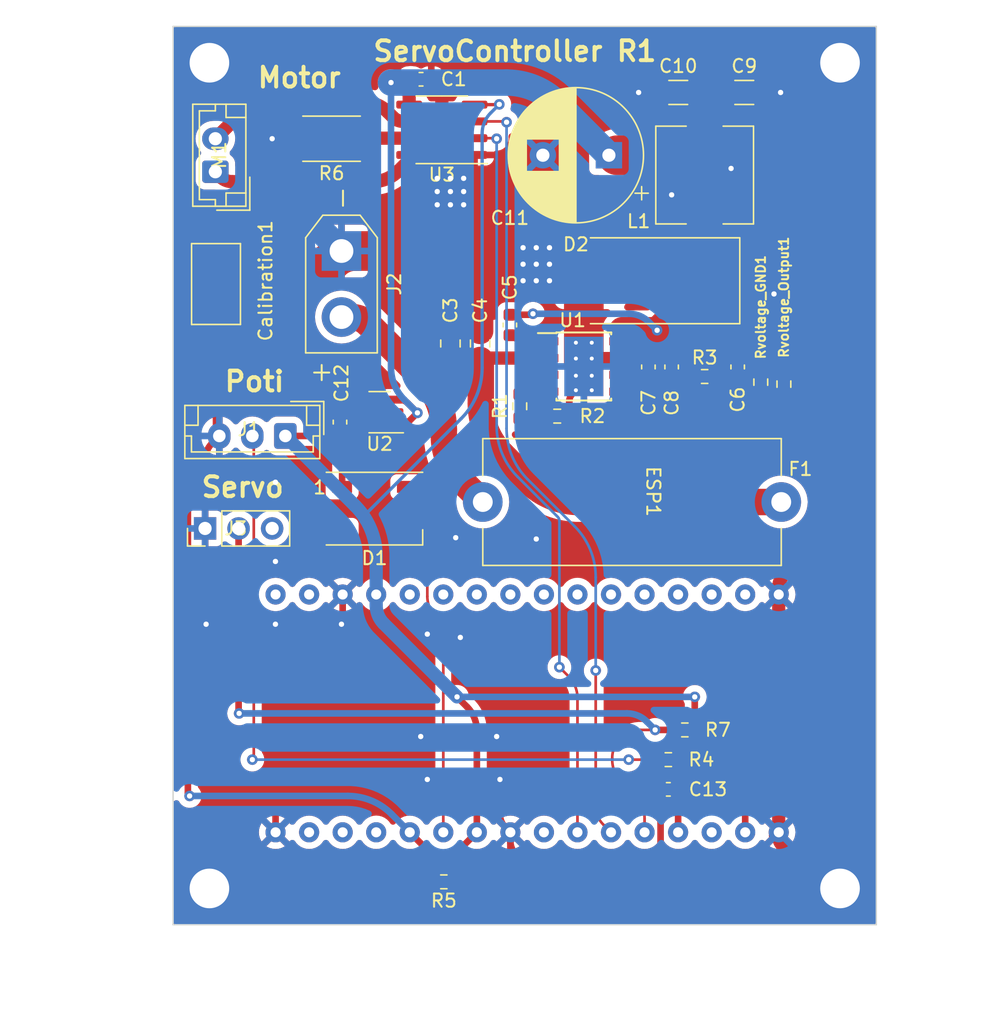
<source format=kicad_pcb>
(kicad_pcb (version 20221018) (generator pcbnew)
  (layers (0 "F.Cu" signal) (31 "B.Cu" signal) (34 "B.Paste" user) (35 "F.Paste" user) (36 "B.SilkS" user "B.Silkscreen") (37 "F.SilkS" user "F.Silkscreen") (38 "B.Mask" user) (39 "F.Mask" user) (44 "Edge.Cuts" user))
  (net 0 "")
  (net 1 "GND")
  (net 2 "12V")
  (net 3 "VIN")
  (net 4 "Net-(U1-BOOT)")
  (net 5 "Net-(D2-K)")
  (net 6 "Net-(C6-Pad1)")
  (net 7 "Net-(U1-COMP)")
  (net 8 "3_3V")
  (net 9 "Poti")
  (net 10 "Net-(ESP1-IO04)")
  (net 12 "Status")
  (net 27 "Net-(ESP1-IO10)")
  (net 28 "IN1")
  (net 29 "IN2")
  (net 34 "Net-(J2-Pin_2)")
  (net 35 "Net-(J1-Pin_2)")
  (net 37 "Net-(M1-Pin_1)")
  (net 38 "Net-(M1-Pin_2)")
  (net 39 "Net-(U1-RT{slash}CLK)")
  (net 40 "Net-(R1-Pad2)")
  (net 41 "Net-(U3-LSS)")
  (net 42 "Net-(U1-FB)")
  (footprint "Button_Switch_SMD:SW_SPST_CK_RS282G05A3" (layer "F.Cu") (at 120.75 60.5 90)
    (fp_text reference "Calibration1")
    (fp_text value "Boot")
  )
  (footprint "Package_SO:SOIC-8-1EP_3.9x4.9mm_P1.27mm_EP2.41x3.3mm" (layer "F.Cu") (at 137.85 48.825 180)
    (fp_text reference "U3")
    (fp_text value "A4950E")
  )
  (footprint "Resistor_SMD:R_0603_1608Metric" (layer "F.Cu") (at 155 96.5 180)
    (fp_text reference "R4")
    (fp_text value "1k")
  )
  (footprint "Capacitor_SMD:C_1206_3216Metric" (layer "F.Cu") (at 155.75 46 180)
    (fp_text reference "C10")
    (fp_text value "47uF")
  )
  (footprint "Resistor_SMD:R_0603_1608Metric" (layer "F.Cu") (at 157.75 67.5)
    (fp_text reference "R3")
    (fp_text value "13k")
  )
  (footprint "Inductor_SMD:L_7.3x7.3_H3.5" (layer "F.Cu") (at 157.75 52.25 90)
    (fp_text reference "L1")
    (fp_text value "8.2uH")
  )
  (footprint "Capacitor_THT:CP_Radial_D10.0mm_P5.00mm" (layer "F.Cu") (at 150.5 50.75 180)
    (fp_text reference "C11")
    (fp_text value "1000uF")
  )
  (footprint "Capacitor_SMD:C_0603_1608Metric" (layer "F.Cu") (at 130.1375 70.95 90)
    (fp_text reference "C12")
    (fp_text value "22uF")
  )
  (footprint "Connector_JST:JST_EH_B2B-EH-A_1x02_P2.50mm_Vertical" (layer "F.Cu") (at 120.7 52 90)
    (fp_text reference "M1")
    (fp_text value "Conn_01x02_Male")
  )
  (footprint "Fuse:Fuseholder_Cylinder-5x20mm_Stelvio-Kontek_PTF78_Horizontal_Open" (layer "F.Cu") (at 140.95 77)
    (fp_text reference "F1")
    (fp_text value "Fuse")
  )
  (footprint "luatos-footprint:Luatos" (layer "F.Cu") (at 163.36 84 -90)
    (fp_text reference "ESP1")
    (fp_text value "ESP32")
  )
  (footprint "Resistor_SMD:R_0603_1608Metric_Pad0.98x0.95mm_HandSolder" (layer "F.Cu") (at 143.75 69.75 -90)
    (fp_text reference "R1")
    (fp_text value "82k")
  )
  (footprint "LED_SMD:LED_WS2812B_PLCC4_5.0x5.0mm_P3.2mm" (layer "F.Cu") (at 132.75 77.5)
    (fp_text reference "D1")
    (fp_text value "WS2812B")
  )
  (footprint "Package_TO_SOT_SMD:SOT-23-5" (layer "F.Cu") (at 133.1375 70.2 180)
    (fp_text reference "U2")
    (fp_text value "SPX3819M5-L-3-3")
  )
  (footprint "Capacitor_SMD:C_0805_2012Metric" (layer "F.Cu") (at 138.5 65 90)
    (fp_text reference "C3")
    (fp_text value "2.2uF 60V")
  )
  (footprint "Resistor_SMD:R_0603_1608Metric" (layer "F.Cu") (at 138 105.75 180)
    (fp_text reference "R5")
    (fp_text value "1k")
  )
  (footprint "Resistor_SMD:R_0603_1608Metric" (layer "F.Cu") (at 162 67.925 90)
    (fp_text reference "Rvoltage_GND1")
    (fp_text value "1k")
  )
  (footprint "Capacitor_SMD:C_0603_1608Metric" (layer "F.Cu") (at 136.275 45 180)
    (fp_text reference "C1")
    (fp_text value "220nF 50v x5r")
  )
  (footprint "Resistor_SMD:R_0603_1608Metric_Pad0.98x0.95mm_HandSolder" (layer "F.Cu") (at 146.5875 70.5)
    (fp_text reference "R2")
    (fp_text value "82k")
  )
  (footprint "Resistor_SMD:R_2512_6332Metric" (layer "F.Cu") (at 129.5 49.5 180)
    (fp_text reference "R6")
    (fp_text value "0.25")
  )
  (footprint "Capacitor_SMD:C_0603_1608Metric" (layer "F.Cu") (at 160.25 66.775 90)
    (fp_text reference "C6")
    (fp_text value "6800pF")
  )
  (footprint "Connector_AMASS:AMASS_XT30UPB-M_1x02_P5.0mm_Vertical" (layer "F.Cu") (at 130.25 58 -90)
    (fp_text reference "J2")
    (fp_text value "Conn_01x02_Female")
  )
  (footprint "Capacitor_SMD:C_0603_1608Metric" (layer "F.Cu") (at 143 63.6 90)
    (fp_text reference "C5")
    (fp_text value "100nF")
  )
  (footprint "Package_SO:TI_SO-PowerPAD-8_ThermalVias" (layer "F.Cu") (at 148.6 66.74)
    (fp_text reference "U1")
    (fp_text value "TPS54360DDA")
  )
  (footprint "Capacitor_SMD:C_1206_3216Metric" (layer "F.Cu") (at 160.75 46)
    (fp_text reference "C9")
    (fp_text value "47uF")
  )
  (footprint "Resistor_SMD:R_0603_1608Metric" (layer "F.Cu") (at 163.75 68.075 -90)
    (fp_text reference "Rvoltage_Output1")
    (fp_text value "14k")
  )
  (footprint "Connector_JST:JST_EH_B3B-EH-A_1x03_P2.50mm_Vertical" (layer "F.Cu") (at 126 72 180)
    (fp_text reference "J1")
    (fp_text value "Conn_01x03")
  )
  (footprint "Capacitor_SMD:C_0805_2012Metric" (layer "F.Cu") (at 140.75 65 90)
    (fp_text reference "C4")
    (fp_text value "2.2uF 60V")
  )
  (footprint "Capacitor_SMD:C_0603_1608Metric" (layer "F.Cu") (at 155.25 66.775 90)
    (fp_text reference "C8")
    (fp_text value "39pf")
  )
  (footprint "Resistor_SMD:R_0603_1608Metric" (layer "F.Cu") (at 156.25 94.25 180)
    (fp_text reference "R7")
    (fp_text value "1k")
  )
  (footprint "Capacitor_SMD:C_0603_1608Metric" (layer "F.Cu") (at 153.49 66.775 90)
    (fp_text reference "C7")
    (fp_text value "39pf")
  )
  (footprint "Connector_PinHeader_2.54mm:PinHeader_1x03_P2.54mm_Vertical" (layer "F.Cu") (at 119.92 79 90)
    (fp_text reference "J3")
    (fp_text value "Conn_01x03")
  )
  (footprint "Capacitor_SMD:C_0603_1608Metric" (layer "F.Cu") (at 155 98.75 180)
    (fp_text reference "C13")
    (fp_text value "100nF")
  )
  (footprint "Diode_SMD:D_SMC_Handsoldering" (layer "F.Cu") (at 153.5 60.25 180)
    (fp_text reference "D2")
    (fp_text value "SS56")
  )
  (gr_line (start 117.5 41) (end 170.75 41) (stroke (width 0.1)) (layer "Edge.Cuts"))
  (gr_line (start 170.75 109) (end 117.5 109) (stroke (width 0.1)) (layer "Edge.Cuts"))
  (gr_line (start 170.75 41) (end 170.75 109) (stroke (width 0.1)) (layer "Edge.Cuts"))
  (gr_line (start 117.5 109) (end 117.5 41) (stroke (width 0.1)) (layer "Edge.Cuts"))
  (gr_text "ServoController R1" (at 132.5 43.75) (layer "F.SilkS") (effects (font (size 1.5 1.5) (thickness 0.3) bold) (justify left bottom)))
  (gr_text "Servo" (at 119.5 76.75) (layer "F.SilkS") (effects (font (size 1.5 1.5) (thickness 0.3) bold) (justify left bottom)))
  (gr_text "Motor" (at 123.75 45.75) (layer "F.SilkS") (effects (font (size 1.5 1.5) (thickness 0.3) bold) (justify left bottom)))
  (gr_text "Poti" (at 121.25 68.75) (layer "F.SilkS") (effects (font (size 1.5 1.5) (thickness 0.3) bold) (justify left bottom)))
  (segment (start 135.469669 86.25) (end 130.25 86.25) (width 0.5) (layer "F.Cu") (net 1))
  (segment (start 138.573223 60.25) (end 137.75 60.25) (width 3) (layer "F.Cu") (net 1))
  (segment (start 163.36 101.646446) (end 163.36 84.2775) (width 1) (layer "F.Cu") (net 1))
  (segment (start 129.5 58.75) (end 128.75 59.5) (width 1) (layer "F.Cu") (net 1))
  (segment (start 138.106066 54.5) (end 139.5 54.5) (width 2) (layer "F.Cu") (net 1))
  (segment (start 168 43.75) (end 168 44.375) (width 1) (layer "F.Cu") (net 1))
  (segment (start 154.3185 98.8435) (end 154.225 98.75) (width 0.5) (layer "F.Cu") (net 1))
  (segment (start 140.75 61.25) (end 140.75 64.05) (width 2) (layer "F.Cu") (net 1))
  (segment (start 137.85 46.365685) (end 137.85 48.825) (width 1) (layer "F.Cu") (net 1))
  (segment (start 143.04 102.645) (end 143.04 102.3225) (width 0.5) (layer "F.Cu") (net 1))
  (segment (start 146.473743 57.623743) (end 148.976256 60.126256) (width 3) (layer "F.Cu") (net 1))
  (segment (start 125.26 93.493963) (end 125.26 102) (width 0.5) (layer "F.Cu") (net 1))
  (segment (start 164.8125 47.3125) (end 165.4375 47.9375) (width 1) (layer "F.Cu") (net 1))
  (segment (start 125 49.5) (end 126.5375 49.5) (width 1) (layer "F.Cu") (net 1))
  (segment (start 137.45 45.4) (end 137.05 45) (width 1) (layer "F.Cu") (net 1))
  (segment (start 120.25 106.25) (end 120.63 106.25) (width 0.5) (layer "F.Cu") (net 1))
  (segment (start 144 60.25) (end 144 59) (width 3) (layer "F.Cu") (net 1))
  (segment (start 145 60.25) (end 146 60.25) (width 3) (layer "F.Cu") (net 1))
  (segment (start 138.5 53.5) (end 138.5 52.5) (width 2) (layer "F.Cu") (net 1))
  (segment (start 129.499999 58.749999) (end 124.946015 63.303984) (width 0.5) (layer "F.Cu") (net 1))
  (segment (start 122.3 64.4) (end 120.75 64.4) (width 0.5) (layer "F.Cu") (net 1))
  (segment (start 137.956066 52.956066) (end 138.5 53.5) (width 2) (layer "F.Cu") (net 1))
  (segment (start 137.675 52.325) (end 137.5 52.5) (width 2) (layer "F.Cu") (net 1))
  (segment (start 137.884142 50.73) (end 140.325 50.73) (width 0.5) (layer "F.Cu") (net 1))
  (segment (start 166.515005 105.862113) (end 163.61 102.957108) (width 1) (layer "F.Cu") (net 1))
  (segment (start 143.04 103.355) (end 143.04 102.3225) (width 0.5) (layer "F.Cu") (net 1))
  (segment (start 125.25 81.5) (end 126.545 81.5) (width 0.5) (layer "F.Cu") (net 1))
  (segment (start 126.853792 89.646207) (end 130.25 86.25) (width 0.5) (layer "F.Cu") (net 1))
  (segment (start 154.364551 104.5) (end 159.092233 104.5) (width 0.5) (layer "F.Cu") (net 1))
  (segment (start 145.9 57.5) (end 145.35 57.5) (width 3) (layer "F.Cu") (net 1))
  (segment (start 128.69375 68.73125) (end 130.1375 70.175) (width 1) (layer "F.Cu") (net 1))
  (segment (start 147.5 69.393553) (end 147.5 70.5) (width 0.5) (layer "F.Cu") (net 1))
  (segment (start 166 47) (end 167.558058 45.441941) (width 1) (layer "F.Cu") (net 1))
  (segment (start 137.5 52.5) (end 137.5 52.5) (width 2) (layer "F.Cu") (net 1))
  (segment (start 142 94.75) (end 142 97.573223) (width 0.5) (layer "F.Cu") (net 1))
  (segment (start 145 60.25) (end 146 59) (width 3) (layer "F.Cu") (net 1))
  (segment (start 135.186464 79.153535) (end 130.34 84) (width 0.5) (layer "F.Cu") (net 1))
  (segment (start 129.416207 106.156207) (end 125.26 102) (width 0.5) (layer "F.Cu") (net 1))
  (segment (start 165.4375 47.9375) (end 166 48.5) (width 1) (layer "F.Cu") (net 1))
  (segment (start 154.364551 104.5) (end 154.135448 104.5) (width 0.5) (layer "F.Cu") (net 1))
  (segment (start 144 60.25) (end 141.75 60.25) (width 3) (layer "F.Cu") (net 1))
  (segment (start 152.75 46) (end 151.5 46) (width 2) (layer "F.Cu") (net 1))
  (segment (start 127.25 63.12132) (end 127.25 65.245729) (width 1) (layer "F.Cu") (net 1))
  (segment (start 138.5 60.676776) (end 138.5 64.05) (width 2) (layer "F.Cu") (net 1))
  (segment (start 120.46 72.54) (end 120.875 72.125) (width 0.5) (layer "F.Cu") (net 1))
  (segment (start 145 59) (end 146 59) (width 3) (layer "F.Cu") (net 1))
  (segment (start 130.295 86.205) (end 130.25 86.25) (width 0.5) (layer "F.Cu") (net 1))
  (segment (start 134.2625 70.1875) (end 134.275 70.2) (width 0.5) (layer "F.Cu") (net 1))
  (segment (start 121.2787 105.981299) (end 125.26 102) (width 0.5) (layer "F.Cu") (net 1))
  (segment (start 138.5 52.5) (end 139.5 53.5) (width 2) (layer "F.Cu") (net 1))
  (segment (start 166.75 50.31066) (end 166.75 80.055) (width 1) (layer "F.Cu") (net 1))
  (segment (start 153.310753 66.105) (end 151.324748 66.105) (width 1) (layer "F.Cu") (net 1))
  (segment (start 119.96 86.21) (end 120 86.25) (width 0.5) (layer "F.Cu") (net 1))
  (segment (start 137.5 53.5) (end 137.743933 53.256066) (width 2) (layer "F.Cu") (net 1))
  (segment (start 163.752444 82.497555) (end 165.247555 81.002444) (width 1) (layer "F.Cu") (net 1))
  (segment (start 138.323223 54.176776) (end 135.624999 56.874999) (width 2) (layer "F.Cu") (net 1))
  (segment (start 144.174629 57.041399) (end 144.759792 56.409423) (width 3) (layer "F.Cu") (net 1))
  (segment (start 145.5 50.75) (end 149.366116 46.883883) (width 2) (layer "F.Cu") (net 1))
  (segment (start 163.5 46) (end 164.5 47) (width 1) (layer "F.Cu") (net 1))
  (segment (start 142.811958 101.771958) (end 142.645 101.605) (width 0.5) (layer "F.Cu") (net 1))
  (segment (start 136.042893 59.542893) (end 135.625 59.125) (width 3) (layer "F.Cu") (net 1))
  (segment (start 136.375 86.625) (end 136.75 87) (width 0.5) (layer "F.Cu") (net 1))
  (segment (start 145.9 57.5) (end 146.175 57.5) (width 3) (layer "F.Cu") (net 1))
  (segment (start 128.755703 82.415703) (end 130.34 84) (width 0.5) (layer "F.Cu") (net 1))
  (segment (start 120.75 71.573223) (end 120.75 64.4) (width 0.5) (layer "F.Cu") (net 1))
  (segment (start 119.92 79) (end 119.92 86.113431) (width 0.5) (layer "F.Cu") (net 1))
  (segment (start 119.92 79) (end 119.92 73.843675) (width 0.5) (layer "F.Cu") (net 1))
  (segment (start 154.412 104.223448) (end 154.412 99.069228) (width 0.5) (layer "F.Cu") (net 1))
  (segment (start 143.645 103.895) (end 143.496083 103.746083) (width 0.5) (layer "F.Cu") (net 1))
  (segment (start 135.195 79.15) (end 135.2 79.15) (width 0.5) (layer "F.Cu") (net 1))
  (segment (start 160.4125 66) (end 160.575 66) (width 1) (layer "F.Cu") (net 1))
  (segment (start 163.36 83.7225) (end 163.36 83.445) (width 1) (layer "F.Cu") (net 1))
  (segment (start 137.85 50.764142) (end 137.85 51.902512) (width 2) (layer "F.Cu") (net 1))
  (segment (start 142.125 97.875) (end 142.25 98) (width 0.5) (layer "F.Cu") (net 1))
  (segment (start 155.25 53.75) (end 149.223743 59.776256) (width 0.5) (layer "F.Cu") (net 1))
  (segment (start 145.5 50.75) (end 145.5 56.296446) (width 3) (layer "F.Cu") (net 1))
  (segment (start 160.4125 66) (end 160.0875 66) (width 1) (layer "F.Cu") (net 1))
  (segment (start 163.36 83.7225) (end 163.36 84.2775) (width 1) (layer "F.Cu") (net 1))
  (segment (start 146.123743 57.273743) (end 146.226256 57.376256) (width 3) (layer "F.Cu") (net 1))
  (segment (start 139.75 60.25) (end 141.75 60.25) (width 3) (layer "F.Cu") (net 1))
  (segment (start 137.732666 54.067905) (end 137.5 54.5) (width 2) (layer "F.Cu") (net 1))
  (segment (start 138.5 54.5) (end 138.5 53.5) (width 2) (layer "F.Cu") (net 1))
  (segment (start 133.263963 107.75) (end 137.850395 107.75) (width 0.5) (layer "F.Cu") (net 1))
  (segment (start 139.75 60.25) (end 138.926776 60.25) (width 3) (layer "F.Cu") (net 1))
  (segment (start 137.5 52.5) (end 139.5 52.5) (width 2) (layer "F.Cu") (net 1))
  (segment (start 138.5 53.75) (end 138.5 53.5) (width 2) (layer "F.Cu") (net 1))
  (segment (start 151.240251 66.14) (end 149.2 66.14) (width 1) (layer "F.Cu") (net 1))
  (segment (start 145.35 57.5) (end 144.375 57.5) (width 3) (layer "F.Cu") (net 1))
  (segment (start 161.441941 51.308058) (end 164.8125 47.9375) (width 0.5) (layer "F.Cu") (net 1))
  (segment (start 155.25 66) (end 160.0875 66) (width 1) (layer "F.Cu") (net 1))
  (segment (start 162.109999 103.249999) (end 163.109999 102.25) (width 0.5) (layer "F.Cu") (net 1))
  (segment (start 134.232322 70.175) (end 130.1375 70.175) (width 0.5) (layer "F.Cu") (net 1))
  (segment (start 142.25 98) (end 142.25 100.651385) (width 0.5) (layer "F.Cu") (net 1))
  (segment (start 147.75 68.79) (end 148 68.54) (width 0.5) (layer "F.Cu") (net 1))
  (segment (start 138.5 54.5) (end 139.5 54.5) (width 2) (layer "F.Cu") (net 1))
  (segment (start 167.451446 106.25) (end 168 106.25) (width 1) (layer "F.Cu") (net 1))
  (segment (start 155.25 66) (end 153.564246 66) (width 1) (layer "F.Cu") (net 1))
  (segment (start 163.36 101.646446) (end 163.36 102.353554) (width 1) (layer "F.Cu") (net 1))
  (segment (start 137.85 50.764142) (end 137.85 50.735857) (width 2) (layer "F.Cu") (net 1))
  (segment (start 161.129809 66.229809) (end 162 67.1) (width 1) (layer "F.Cu") (net 1))
  (segment (start 138.926776 60.25) (end 138.573223 60.25) (width 3) (layer "F.Cu") (net 1))
  (segment (start 152.75 46) (end 154.275 46) (width 2) (layer "F.Cu") (net 1))
  (segment (start 144 59) (end 145 59) (width 3) (layer "F.Cu") (net 1))
  (segment (start 146 60.25) (end 148.925 60.25) (width 3) (layer "F.Cu") (net 1))
  (segment (start 137.675 53.675) (end 137.5 53.5) (width 2) (layer "F.Cu") (net 1))
  (segment (start 164.5 47) (end 164.8125 47.3125) (width 1) (layer "F.Cu") (net 1))
  (segment (start 160.375 51.75) (end 159.75 51.75) (width 0.5) (layer "F.Cu") (net 1))
  (segment (start 130.34 84) (end 130.34 86.09636) (width 0.5) (layer "F.Cu") (net 1))
  (segment (start 131.31066 58) (end 132.909009 58) (width 3) (layer "F.Cu") (net 1))
  (segment (start 154.135448 104.5) (end 145.105599 104.5) (width 0.5) (layer "F.Cu") (net 1))
  (segment (start 163.5 46) (end 162.225 46) (width 2) (layer "F.Cu") (net 1))
  (segment (start 148.6 66.74) (end 148.6 59.1) (width 3) (layer "F.Cu") (net 1))
  (segment (start 137.752509 54.608218) (end 137.5 54.5) (width 2) (layer "F.Cu") (net 1))
  (segment (start 137.85 48.825) (end 137.85 50.735857) (width 2) (layer "F.Cu") (net 1))
  (segment (start 142.08187 105.668129) (end 141.519999 106.229999) (width 0.5) (layer "F.Cu") (net 1))
  (segment (start 139.5 52.5) (end 139.5 53.5) (width 2) (layer "F.Cu") (net 1))
  (segment (start 146.473743 57.623743) (end 146.226256 57.376256) (width 3) (layer "F.Cu") (net 1))
  (via (at 136.75 98) (size 0.8) (drill 0.4) (layers "F.Cu" "B.Cu") (net 1))
  (via (at 125.25 81.5) (size 0.8) (drill 0.4) (layers "F.Cu" "B.Cu") (net 1))
  (via (at 146 57.75) (size 0.8) (drill 0.4) (layers "F.Cu" "B.Cu") (net 1))
  (via (at 144 59) (size 0.8) (drill 0.4) (layers "F.Cu" "B.Cu") (net 1))
  (via (at 168 43.75) (size 4) (drill 3) (layers "F.Cu" "B.Cu") (net 1))
  (via (at 120.25 43.75) (size 4) (drill 3) (layers "F.Cu" "B.Cu") (net 1))
  (via (at 146 59) (size 0.8) (drill 0.4) (layers "F.Cu" "B.Cu") (net 1))
  (via (at 145 60.25) (size 0.8) (drill 0.4) (layers "F.Cu" "B.Cu") (net 1))
  (via (at 120 86.25) (size 0.8) (drill 0.4) (layers "F.Cu" "B.Cu") (net 1))
  (via (at 152.75 46) (size 0.8) (drill 0.4) (layers "F.Cu" "B.Cu") (net 1))
  (via (at 125.25 86.25) (size 0.8) (drill 0.4) (layers "F.Cu" "B.Cu") (net 1))
  (via (at 142 94.75) (size 0.8) (drill 0.4) (layers "F.Cu" "B.Cu") (net 1))
  (via (at 144 57.75) (size 0.8) (drill 0.4) (layers "F.Cu" "B.Cu") (net 1))
  (via (at 125 49.5) (size 0.8) (drill 0.4) (layers "F.Cu" "B.Cu") (net 1))
  (via (at 138.5 53.5) (size 0.8) (drill 0.4) (layers "F.Cu" "B.Cu") (net 1))
  (via (at 137.5 53.5) (size 0.8) (drill 0.4) (layers "F.Cu" "B.Cu") (net 1))
  (via (at 125.25 75.5) (size 0.8) (drill 0.4) (layers "F.Cu" "B.Cu") (net 1))
  (via (at 163.5 46) (size 0.8) (drill 0.4) (layers "F.Cu" "B.Cu") (net 1))
  (via (at 159.75 51.75) (size 0.8) (drill 0.4) (layers "F.Cu" "B.Cu") (net 1))
  (via (at 145 57.75) (size 0.8) (drill 0.4) (layers "F.Cu" "B.Cu") (net 1))
  (via (at 139.5 52.5) (size 0.8) (drill 0.4) (layers "F.Cu" "B.Cu") (net 1))
  (via (at 163 61.25) (size 0.8) (drill 0.4) (layers "F.Cu" "B.Cu") (net 1))
  (via (at 136.75 87) (size 0.8) (drill 0.4) (layers "F.Cu" "B.Cu") (net 1))
  (via (at 139.5 53.5) (size 0.8) (drill 0.4) (layers "F.Cu" "B.Cu") (net 1))
  (via (at 120.25 106.25) (size 4) (drill 3) (layers "F.Cu" "B.Cu") (net 1))
  (via (at 137.5 54.5) (size 0.8) (drill 0.4) (layers "F.Cu" "B.Cu") (net 1))
  (via (at 138.5 52.5) (size 0.8) (drill 0.4) (layers "F.Cu" "B.Cu") (net 1))
  (via (at 144 60.25) (size 0.8) (drill 0.4) (layers "F.Cu" "B.Cu") (net 1))
  (via (at 146 60.25) (size 0.8) (drill 0.4) (layers "F.Cu" "B.Cu") (net 1))
  (via (at 145 79.8) (size 0.8) (drill 0.4) (layers "F.Cu" "B.Cu") (net 1))
  (via (at 138.5 54.5) (size 0.8) (drill 0.4) (layers "F.Cu" "B.Cu") (net 1))
  (via (at 130.25 86.25) (size 0.8) (drill 0.4) (layers "F.Cu" "B.Cu") (net 1))
  (via (at 155.25 53.75) (size 0.8) (drill 0.4) (layers "F.Cu" "B.Cu") (net 1))
  (via (at 138.9 79.7) (size 0.8) (drill 0.4) (layers "F.Cu" "B.Cu") (net 1))
  (via (at 168 106.25) (size 4) (drill 3) (layers "F.Cu" "B.Cu") (net 1))
  (via (at 142.25 98) (size 0.8) (drill 0.4) (layers "F.Cu" "B.Cu") (net 1))
  (via (at 145 59) (size 0.8) (drill 0.4) (layers "F.Cu" "B.Cu") (net 1))
  (via (at 139.25 87.25) (size 0.8) (drill 0.4) (layers "F.Cu" "B.Cu") (net 1))
  (via (at 139.5 54.5) (size 0.8) (drill 0.4) (layers "F.Cu" "B.Cu") (net 1))
  (via (at 137.5 52.5) (size 0.8) (drill 0.4) (layers "F.Cu" "B.Cu") (net 1))
  (via (at 136.25 94.75) (size 0.8) (drill 0.4) (layers "F.Cu" "B.Cu") (net 1))
  (arc (start 120.875 71.875) (mid 120.782486 71.736543) (end 120.75 71.573223) (width 0.5) (layer "F.Cu") (net 1))
  (arc (start 137.752509 54.608218) (mid 137.843848 54.618058) (end 137.925 54.575) (width 2) (layer "F.Cu") (net 1))
  (arc (start 137.675 53.675) (mid 137.768899 53.861902) (end 137.732666 54.067905) (width 2) (layer "F.Cu") (net 1))
  (arc (start 141.75 60.25) (mid 141.042893 60.542893) (end 140.75 61.25) (width 3) (layer "F.Cu") (net 1))
  (arc (start 142.08187 105.668129) (mid 142.79099 104.606856) (end 143.04 103.355) (width 0.5) (layer "F.Cu") (net 1))
  (arc (start 142 97.573223) (mid 142.032486 97.736543) (end 142.125 97.875) (width 0.5) (layer "F.Cu") (net 1))
  (arc (start 164.8125 47.9375) (mid 164.941941 47.625) (end 164.8125 47.3125) (width 0.5) (layer "F.Cu") (net 1))
  (arc (start 143.04 102.3225) (mid 143.04 102.3225) (end 143.04 102.3225) (width 0.5) (layer "F.Cu") (net 1))
  (arc (start 154.135448 104.5) (mid 154.24128 104.478948) (end 154.331 104.419) (width 0.5) (layer "F.Cu") (net 1))
  (arc (start 166 47) (mid 165.689339 47.75) (end 166 48.5) (width 1) (layer "F.Cu") (net 1))
  (arc (start 149.223743 59.776256) (mid 149.132159 59.913321) (end 149.1 60.075) (width 0.5) (layer "F.Cu") (net 1))
  (arc (start 138.323223 54.176776) (mid 138.454057 53.980969) (end 138.5 53.75) (width 2) (layer "F.Cu") (net 1))
  (arc (start 163.61 102.957108) (mid 163.424972 102.680195) (end 163.36 102.353554) (width 1) (layer "F.Cu") (net 1))
  (arc (start 129.5 58.75) (mid 129.499999 58.749999) (end 129.499999 58.749999) (width 1) (layer "F.Cu") (net 1))
  (arc (start 154.364551 104.5) (mid 154.320714 104.470709) (end 154.331 104.419) (width 0.5) (layer "F.Cu") (net 1))
  (arc (start 151.5 46) (mid 150.34515 46.229713) (end 149.366116 46.883883) (width 2) (layer "F.Cu") (net 1))
  (arc (start 154.412 99.069228) (mid 154.3877 98.947065) (end 154.3185 98.8435) (width 0.5) (layer "F.Cu") (net 1))
  (arc (start 148.976256 60.126256) (mid 149.055252 60.141969) (end 149.1 60.075) (width 3) (layer "F.Cu") (net 1))
  (arc (start 137.86 50.74) (mid 137.871076 50.732598) (end 137.884142 50.73) (width 0.5) (layer "F.Cu") (net 1))
  (arc (start 144.174629 57.041399) (mid 144.124768 57.336257) (end 144.375 57.5) (width 3) (layer "F.Cu") (net 1))
  (arc (start 120.875 71.875) (mid 120.926776 72) (end 120.875 72.125) (width 0.5) (layer "F.Cu") (net 1))
  (arc (start 135.625 59.125) (mid 135.159009 57.999999) (end 135.624999 56.874999) (width 2) (layer "F.Cu") (net 1))
  (arc (start 163.36 102.353554) (mid 163.269595 102.218254) (end 163.109999 102.25) (width 1) (layer "F.Cu") (net 1))
  (arc (start 136.375 86.625) (mid 135.95963 86.347459) (end 135.469669 86.25) (width 0.5) (layer "F.Cu") (net 1))
  (arc (start 148.925 60.25) (mid 148.991969 60.205252) (end 148.976256 60.126256) (width 3) (layer "F.Cu") (net 1))
  (arc (start 135.624999 56.874999) (mid 134.378892 57.707621) (end 132.909009 58) (width 3) (layer "F.Cu") (net 1))
  (arc (start 137.86 50.74) (mid 137.853616 50.741269) (end 137.85 50.735857) (width 2) (layer "F.Cu") (net 1))
  (arc (start 147.75 68.79) (mid 147.564972 69.066912) (end 147.5 69.393553) (width 0.5) (layer "F.Cu") (net 1))
  (arc (start 137.956066 52.956066) (mid 137.888355 52.942597) (end 137.85 53) (width 2) (layer "F.Cu") (net 1))
  (arc (start 166.75 50.31066) (mid 166.555081 49.330737) (end 166 48.5) (width 1) (layer "F.Cu") (net 1))
  (arc (start 143.645 103.895) (mid 144.315128 104.342765) (end 145.105599 104.5) (width 0.5) (layer "F.Cu") (net 1))
  (arc (start 128.69375 68.73125) (mid 127.625218 67.132079) (end 127.25 65.245729) (width 1) (layer "F.Cu") (net 1))
  (arc (start 129.416207 106.156207) (mid 131.181572 107.335786) (end 133.263963 107.75) (width 0.5) (layer "F.Cu") (net 1))
  (arc (start 138.5 60.676776) (mid 138.532486 60.513456) (end 138.625 60.375) (width 2) (layer "F.Cu") (net 1))
  (arc (start 129.499999 58.749999) (mid 130.330737 58.194918) (end 131.31066 58) (width 0.5) (layer "F.Cu") (net 1))
  (arc (start 137.85 46.365685) (mid 137.746043 45.84306) (end 137.45 45.4) (width 1) (layer "F.Cu") (net 1))
  (arc (start 149.1 60.075) (mid 149.048743 60.198743) (end 148.925 60.25) (width 0.5) (layer "F.Cu") (net 1))
  (arc (start 130.295 86.205) (mid 130.328304 86.155155) (end 130.34 86.09636) (width 0.5) (layer "F.Cu") (net 1))
  (arc (start 124.946015 63.303984) (mid 123.732013 64.115154) (end 122.3 64.4) (width 0.5) (layer "F.Cu") (net 1))
  (arc (start 125.26 93.493963) (mid 125.674213 91.411572) (end 126.853792 89.646207) (width 0.5) (layer "F.Cu") (net 1))
  (arc (start 146.175 57.5) (mid 146.175 57.5) (end 146.175 57.5) (width 3) (layer "F.Cu") (net 1))
  (arc (start 145.5 56.296446) (mid 145.409596 56.431745) (end 145.25 56.4) (width 3) (layer "F.Cu") (net 1))
  (arc (start 151.2825 66.1225) (mid 151.263116 66.135451) (end 151.240251 66.14) (width 1) (layer "F.Cu") (net 1))
  (arc (start 137.850395 107.75) (mid 139.83637 107.354964) (end 141.519999 106.229999) (width 0.5) (layer "F.Cu") (net 1))
  (arc (start 143.04 102.645) (mid 143.158532 103.240902) (end 143.496083 103.746083) (width 0.5) (layer "F.Cu") (net 1))
  (arc (start 154.412 104.223448) (mid 154.390948 104.32928) (end 154.331 104.419) (width 0.5) (layer "F.Cu") (net 1))
  (arc (start 128.755703 82.415703) (mid 127.741423 81.737983) (end 126.545 81.5) (width 0.5) (layer "F.Cu") (net 1))
  (arc (start 165.247555 81.002444) (mid 165.682246 80.711992) (end 166.195 80.61) (width 1) (layer "F.Cu") (net 1))
  (arc (start 165.4375 47.9375) (mid 165.125 47.808058) (end 164.8125 47.9375) (width 1) (layer "F.Cu") (net 1))
  (arc (start 136.042893 59.542893) (mid 136.82612 60.066228) (end 137.75 60.25) (width 3) (layer "F.Cu") (net 1))
  (arc (start 135.195 79.15) (mid 135.19038 79.150918) (end 135.186464 79.153535) (width 0.5) (layer "F.Cu") (net 1))
  (arc (start 151.2825 66.1225) (mid 151.301883 66.109548) (end 151.324748 66.105) (width 1) (layer "F.Cu") (net 1))
  (arc (start 143.04 102.3225) (mid 142.980733 102.024548) (end 142.811958 101.771958) (width 0.5) (layer "F.Cu") (net 1))
  (arc (start 166.75 80.055) (mid 166.587444 80.447444) (end 166.195 80.61) (width 1) (layer "F.Cu") (net 1))
  (arc (start 127.25 63.12132) (mid 127.639837 61.161475) (end 128.75 59.5) (width 1) (layer "F.Cu") (net 1))
  (arc (start 162.109999 103.249999) (mid 160.725436 104.175135) (end 159.092233 104.5) (width 0.5) (layer "F.Cu") (net 1))
  (arc (start 146.175 57.5) (mid 146.241969 57.455252) (end 146.226256 57.376256) (width 3) (layer "F.Cu") (net 1))
  (arc (start 137.85 53) (mid 137.822434 53.138581) (end 137.743933 53.256066) (width 2) (layer "F.Cu") (net 1))
  (arc (start 161.129809 66.229809) (mid 160.87526 66.059725) (end 160.575 66) (width 1) (layer "F.Cu") (net 1))
  (arc (start 121.2787 105.981299) (mid 120.981074 106.180166) (end 120.63 106.25) (width 0.5) (layer "F.Cu") (net 1))
  (arc (start 146 57.325) (mid 146.051256 57.448743) (end 146.175 57.5) (width 3) (layer "F.Cu") (net 1))
  (arc (start 138.106066 54.5) (mid 138.008073 54.519491) (end 137.925 54.575) (width 2) (layer "F.Cu") (net 1))
  (arc (start 119.96 86.21) (mid 119.930395 86.165693) (end 119.92 86.113431) (width 0.5) (layer "F.Cu") (net 1))
  (arc (start 166.515005 105.862113) (mid 166.944647 106.149191) (end 167.451446 106.25) (width 1) (layer "F.Cu") (net 1))
  (arc (start 135.625 59.125) (mid 134.378892 58.292377) (end 132.909009 58) (width 3) (layer "F.Cu") (net 1))
  (arc (start 146 57.325) (mid 146.044747 57.25803) (end 146.123743 57.273743) (width 3) (layer "F.Cu") (net 1))
  (arc (start 167.558058 45.441941) (mid 167.885143 44.952424) (end 168 44.375) (width 1) (layer "F.Cu") (net 1))
  (arc (start 137.85 50.764142) (mid 137.852598 50.751076) (end 137.86 50.74) (width 0.5) (layer "F.Cu") (net 1))
  (arc (start 161.441941 51.308058) (mid 160.952424 51.635143) (end 160.375 51.75) (width 0.5) (layer "F.Cu") (net 1))
  (arc (start 139.75 60.25) (mid 140.457106 60.542893) (end 140.75 61.25) (width 2) (layer "F.Cu") (net 1))
  (arc (start 146.473743 57.623743) (mid 146.336678 57.532159) (end 146.175 57.5) (width 3) (layer "F.Cu") (net 1))
  (arc (start 138.573223 60.25) (mid 138.640872 60.295201) (end 138.625 60.375) (width 2) (layer "F.Cu") (net 1))
  (arc (start 153.564246 66) (mid 153.495651 66.013644) (end 153.4375 66.0525) (width 1) (layer "F.Cu") (net 1))
  (arc (start 119.92 73.843675) (mid 120.060341 73.138131) (end 120.46 72.54) (width 0.5) (layer "F.Cu") (net 1))
  (arc (start 137.675 52.325) (mid 137.804518 52.13116) (end 137.85 51.902512) (width 2) (layer "F.Cu") (net 1))
  (arc (start 142.811958 101.771958) (mid 142.980733 102.024548) (end 143.04 102.3225) (width 0.5) (layer "F.Cu") (net 1))
  (arc (start 134.2625 70.1875) (mid 134.248654 70.178248) (end 134.232322 70.175) (width 0.5) (layer "F.Cu") (net 1))
  (arc (start 142.25 100.651385) (mid 142.352657 101.167477) (end 142.645 101.605) (width 0.5) (layer "F.Cu") (net 1))
  (arc (start 138.926776 60.25) (mid 138.763456 60.282486) (end 138.625 60.375) (width 3) (layer "F.Cu") (net 1))
  (arc (start 153.310753 66.105) (mid 153.379348 66.091355) (end 153.4375 66.0525) (width 1) (layer "F.Cu") (net 1))
  (arc (start 163.36 101.646446) (mid 163.295026 101.973087) (end 163.109999 102.25) (width 0.5) (layer "F.Cu") (net 1))
  (arc (start 131.31066 58) (mid 130.330737 58.194918) (end 129.5 58.75) (width 3) (layer "F.Cu") (net 1))
  (arc (start 163.752444 82.497555) (mid 163.461992 82.932246) (end 163.36 83.445) (width 1) (layer "F.Cu") (net 1))
  (arc (start 164.5 47) (mid 165.25 47.31066) (end 166 47) (width 1) (layer "F.Cu") (net 1))
  (arc (start 145.25 56.4) (mid 145.002891 56.300415) (end 144.759792 56.409423) (width 3) (layer "F.Cu") (net 1))
  (segment (start 142 94.75) (end 136.25 94.75) (width 0.5) (layer "B.Cu") (net 1))
  (segment (start 136.75 87) (end 138.823223 87) (width 0.5) (layer "B.Cu") (net 1))
  (segment (start 125 49) (end 125 49.5) (width 1) (layer "B.Cu") (net 1))
  (segment (start 142.25 98) (end 136.75 98) (width 0.5) (layer "B.Cu") (net 1))
  (segment (start 126.149048 53.899048) (end 130.25 58) (width 2) (layer "B.Cu") (net 1))
  (segment (start 139.25 87.25) (end 139.125 87.125) (width 0.5) (layer "B.Cu") (net 1))
  (segment (start 163.5 46) (end 152.75 46) (width 2) (layer "B.Cu") (net 1))
  (segment (start 125 51.125) (end 125 49.5) (width 2) (layer "B.Cu") (net 1))
  (segment (start 124.646446 48.146446) (end 120.25 43.75) (width 1) (layer "B.Cu") (net 1))
  (segment (start 125.25 86.25) (end 120 86.25) (width 0.5) (layer "B.Cu") (net 1))
  (segment (start 125.25 86.25) (end 130.25 86.25) (width 0.5) (layer "B.Cu") (net 1))
  (arc (start 126.149048 53.899048) (mid 125.298627 52.626304) (end 125 51.125) (width 2) (layer "B.Cu") (net 1))
  (arc (start 139.125 87.125) (mid 138.986543 87.032486) (end 138.823223 87) (width 0.5) (layer "B.Cu") (net 1))
  (arc (start 124.646446 48.146446) (mid 124.908114 48.53806) (end 125 49) (width 1) (layer "B.Cu") (net 1))
  (segment (start 134.6875 71.15) (end 134.275 71.15) (width 0.5) (layer "F.Cu") (net 2))
  (segment (start 157.596231 46) (end 159.275 46) (width 2) (layer "F.Cu") (net 2))
  (segment (start 134.25 45.5) (end 134 45.25) (width 1) (layer "F.Cu") (net 2))
  (segment (start 135.375 45.4375) (end 135.375 46.0625) (width 1) (layer "F.Cu") (net 2))
  (segment (start 157.75 49.05) (end 156.13566 50.664339) (width 3) (layer "F.Cu") (net 2))
  (segment (start 135.4375 45.0625) (end 135.5 45) (width 1) (layer "F.Cu") (net 2))
  (segment (start 134.6375 69.25) (end 134.275 69.25) (width 0.5) (layer "F.Cu") (net 2))
  (segment (start 135.375 45.4375) (end 135.375 45.213388) (width 1) (layer "F.Cu") (net 2))
  (segment (start 161.5 62.159009) (end 161.5 58.696247) (width 0.5) (layer "F.Cu") (net 2))
  (segment (start 159.906207 54.848491) (end 156.13566 51.077944) (width 0.5) (layer "F.Cu") (net 2))
  (segment (start 136 70.25) (end 135.391681 70.858318) (width 0.5) (layer "F.Cu") (net 2))
  (segment (start 163.75 66.625) (end 163.75 67.25) (width 0.5) (layer "F.Cu") (net 2))
  (segment (start 135.375 46.0625) (end 135.375 46.92) (width 1) (layer "F.Cu") (net 2))
  (segment (start 163.308058 65.558058) (end 162.625 64.875) (width 0.5) (layer "F.Cu") (net 2))
  (segment (start 135.0625 45.75) (end 134.853553 45.75) (width 1) (layer "F.Cu") (net 2))
  (segment (start 157.75 49.05) (end 157.75 46.896231) (width 2) (layer "F.Cu") (net 2))
  (segment (start 135.256326 69.506326) (end 136 70.25) (width 0.5) (layer "F.Cu") (net 2))
  (segment (start 158.646231 46) (end 159.275 46) (width 2) (layer "F.Cu") (net 2))
  (segment (start 155.928858 50.75) (end 151.117677 50.75) (width 3) (layer "F.Cu") (net 2))
  (via (at 136 70.25) (size 0.8) (drill 0.4) (layers "F.Cu" "B.Cu") (net 2))
  (via (at 134 45.25) (size 0.8) (drill 0.4) (layers "F.Cu" "B.Cu") (net 2))
  (arc (start 161.5 62.159009) (mid 161.792377 63.628892) (end 162.625 64.875) (width 0.5) (layer "F.Cu") (net 2))
  (arc (start 158.0125 46.2625) (mid 157.818221 46.553258) (end 157.75 46.896231) (width 2) (layer "F.Cu") (net 2))
  (arc (start 134.25 45.5) (mid 134.526912 45.685027) (end 134.853553 45.75) (width 1) (layer "F.Cu") (net 2))
  (arc (start 157.4875 46.2625) (mid 157.681778 46.553258) (end 157.75 46.896231) (width 2) (layer "F.Cu") (net 2))
  (arc (start 135.4375 45.0625) (mid 135.391243 45.131728) (end 135.375 45.213388) (width 1) (layer "F.Cu") (net 2))
  (arc (start 135.256326 69.506326) (mid 134.972406 69.316616) (end 134.6375 69.25) (width 0.5) (layer "F.Cu") (net 2))
  (arc (start 157.596231 46) (mid 157.454167 46.094924) (end 157.4875 46.2625) (width 2) (layer "F.Cu") (net 2))
  (arc (start 159.906207 54.848491) (mid 161.085786 56.613856) (end 161.5 58.696247) (width 0.5) (layer "F.Cu") (net 2))
  (arc (start 158.646231 46) (mid 158.303258 46.068221) (end 158.0125 46.2625) (width 2) (layer "F.Cu") (net 2))
  (arc (start 135.375 45.4375) (mid 135.28347 45.65847) (end 135.0625 45.75) (width 1) (layer "F.Cu") (net 2))
  (arc (start 134.6875 71.15) (mid 135.0686 71.074194) (end 135.391681 70.858318) (width 0.5) (layer "F.Cu") (net 2))
  (arc (start 156.13566 51.077944) (mid 156.072262 50.983062) (end 156.05 50.871142) (width 0.5) (layer "F.Cu") (net 2))
  (arc (start 155.928858 50.75) (mid 156.014518 50.785481) (end 156.05 50.871142) (width 0.5) (layer "F.Cu") (net 2))
  (arc (start 156.13566 50.664339) (mid 156.040778 50.727737) (end 155.928858 50.75) (width 3) (layer "F.Cu") (net 2))
  (arc (start 157.4875 46.2625) (mid 157.75 46.371231) (end 158.0125 46.2625) (width 2) (layer "F.Cu") (net 2))
  (arc (start 156.13566 50.664339) (mid 156.072262 50.759221) (end 156.05 50.871142) (width 3) (layer "F.Cu") (net 2))
  (arc (start 135.0625 45.75) (mid 135.28347 45.841529) (end 135.375 46.0625) (width 1) (layer "F.Cu") (net 2))
  (arc (start 163.308058 65.558058) (mid 163.635143 66.047575) (end 163.75 66.625) (width 0.5) (layer "F.Cu") (net 2))
  (segment (start 135 69.25) (end 136 70.25) (width 0.5) (layer "B.Cu") (net 2))
  (segment (start 134 45.25) (end 134 66.835786) (width 0.5) (layer "B.Cu") (net 2))
  (segment (start 146.593792 46.843792) (end 150.5 50.75) (width 2) (layer "B.Cu") (net 2))
  (segment (start 134 45.25) (end 142.746036 45.25) (width 2) (layer "B.Cu") (net 2))
  (arc (start 135 69.25) (mid 134.259891 68.142349) (end 134 66.835786) (width 0.5) (layer "B.Cu") (net 2))
  (arc (start 146.593792 46.843792) (mid 144.828426 45.664213) (end 142.746036 45.25) (width 2) (layer "B.Cu") (net 2))
  (segment (start 145.9 66.105) (end 137.605 66.105) (width 1) (layer "F.Cu") (net 3))
  (segment (start 140.8 69.546036) (end 140.8 66.335355) (width 2) (layer "F.Cu") (net 3))
  (segment (start 142.393792 73.393792) (end 144.406207 75.406207) (width 2) (layer "F.Cu") (net 3))
  (segment (start 148.253963 77) (end 163.55 77) (width 2) (layer "F.Cu") (net 3))
  (segment (start 140.775 66.275) (end 140.75 66.25) (width 2) (layer "F.Cu") (net 3))
  (arc (start 144.406207 75.406207) (mid 146.171572 76.585786) (end 148.253963 77) (width 2) (layer "F.Cu") (net 3))
  (arc (start 140.8 69.546036) (mid 141.214213 71.628426) (end 142.393792 73.393792) (width 2) (layer "F.Cu") (net 3))
  (arc (start 140.775 66.275) (mid 140.793502 66.302691) (end 140.8 66.335355) (width 2) (layer "F.Cu") (net 3))
  (segment (start 143.785269 64.835) (end 145.9 64.835) (width 0.25) (layer "F.Cu") (net 4))
  (segment (start 143.23 64.605) (end 143 64.375) (width 0.25) (layer "F.Cu") (net 4))
  (arc (start 143.23 64.605) (mid 143.484759 64.775224) (end 143.785269 64.835) (width 0.25) (layer "F.Cu") (net 4))
  (segment (start 153.428119 64.835) (end 151.3 64.835) (width 0.25) (layer "F.Cu") (net 5))
  (segment (start 153.8325 64.6675) (end 154 64.5) (width 0.25) (layer "F.Cu") (net 5))
  (segment (start 154.15 64) (end 151.5 64) (width 2) (layer "F.Cu") (net 5))
  (segment (start 157.825 60.325) (end 154.15 64) (width 2) (layer "F.Cu") (net 5))
  (segment (start 144.75 62.75) (end 144.7125 62.7875) (width 0.5) (layer "F.Cu") (net 5))
  (segment (start 157.75 59.993933) (end 157.75 55.45) (width 3) (layer "F.Cu") (net 5))
  (segment (start 144.621966 62.825) (end 143 62.825) (width 0.5) (layer "F.Cu") (net 5))
  (via (at 154.15 64) (size 0.8) (drill 0.4) (layers "F.Cu" "B.Cu") (net 5))
  (via (at 144.75 62.75) (size 0.8) (drill 0.4) (layers "F.Cu" "B.Cu") (net 5))
  (arc (start 144.621966 62.825) (mid 144.670962 62.815254) (end 144.7125 62.7875) (width 0.5) (layer "F.Cu") (net 5))
  (arc (start 157.825 60.175) (mid 157.769491 60.091925) (end 157.75 59.993933) (width 3) (layer "F.Cu") (net 5))
  (arc (start 153.8325 64.6675) (mid 153.646968 64.791468) (end 153.428119 64.835) (width 0.25) (layer "F.Cu") (net 5))
  (arc (start 157.825 60.175) (mid 157.856066 60.25) (end 157.825 60.325) (width 3) (layer "F.Cu") (net 5))
  (segment (start 154.15 64) (end 153.525 63.375) (width 0.5) (layer "B.Cu") (net 5))
  (segment (start 144.75 62.75) (end 152.016116 62.75) (width 0.5) (layer "B.Cu") (net 5))
  (arc (start 153.525 63.375) (mid 152.832718 62.912432) (end 152.016116 62.75) (width 0.5) (layer "B.Cu") (net 5))
  (segment (start 160.225 67.525) (end 160.25 67.55) (width 1) (layer "F.Cu") (net 6))
  (segment (start 160.164644 67.5) (end 158.575 67.5) (width 1) (layer "F.Cu") (net 6))
  (arc (start 160.225 67.525) (mid 160.197308 67.506497) (end 160.164644 67.5) (width 1) (layer "F.Cu") (net 6))
  (segment (start 153.49 67.55) (end 151.598743 67.55) (width 1) (layer "F.Cu") (net 7))
  (segment (start 151.3875 67.4625) (end 151.3 67.375) (width 1) (layer "F.Cu") (net 7))
  (segment (start 155.335355 67.5) (end 156.925 67.5) (width 1) (layer "F.Cu") (net 7))
  (segment (start 153.49 67.55) (end 155.214644 67.55) (width 1) (layer "F.Cu") (net 7))
  (arc (start 155.275 67.525) (mid 155.302691 67.506497) (end 155.335355 67.5) (width 1) (layer "F.Cu") (net 7))
  (arc (start 151.3875 67.4625) (mid 151.484419 67.527259) (end 151.598743 67.55) (width 1) (layer "F.Cu") (net 7))
  (arc (start 155.275 67.525) (mid 155.247308 67.543502) (end 155.214644 67.55) (width 1) (layer "F.Cu") (net 7))
  (segment (start 142.2 46.9) (end 142.19 46.91) (width 0.25) (layer "F.Cu") (net 8))
  (segment (start 159.404018 96.579018) (end 157.15 94.325) (width 0.5) (layer "F.Cu") (net 8))
  (segment (start 142.165857 46.92) (end 140.325 46.92) (width 0.25) (layer "F.Cu") (net 8))
  (segment (start 157.0375 94.2125) (end 157.075 94.25) (width 0.5) (layer "F.Cu") (net 8))
  (segment (start 160.82 99.9975) (end 160.82 102) (width 0.5) (layer "F.Cu") (net 8))
  (segment (start 130.05625 71.80625) (end 130 71.8625) (width 0.5) (layer "F.Cu") (net 8))
  (segment (start 131.119086 71.15) (end 132 71.15) (width 0.5) (layer "F.Cu") (net 8))
  (segment (start 138.825 104.7125) (end 138.825 105.75) (width 0.5) (layer "F.Cu") (net 8))
  (segment (start 130.3 72.002404) (end 130.3 75.85) (width 0.5) (layer "F.Cu") (net 8))
  (segment (start 129.668045 72) (end 126 72) (width 0.5) (layer "F.Cu") (net 8))
  (segment (start 140.5 102) (end 139.558623 102.941376) (width 0.5) (layer "F.Cu") (net 8))
  (segment (start 139.75 92.5) (end 139 91.75) (width 0.5) (layer "F.Cu") (net 8))
  (segment (start 157 91.75) (end 157 94.121966) (width 0.5) (layer "F.Cu") (net 8))
  (segment (start 130.425 71.4375) (end 130.21875 71.64375) (width 0.5) (layer "F.Cu") (net 8))
  (segment (start 157.075 94.25) (end 157.15 94.325) (width 0.5) (layer "F.Cu") (net 8))
  (segment (start 140.5 94.31066) (end 140.5 102) (width 0.5) (layer "F.Cu") (net 8))
  (segment (start 130.05625 71.80625) (end 130.21875 71.64375) (width 0.5) (layer "F.Cu") (net 8))
  (via (at 157 91.75) (size 0.8) (drill 0.4) (layers "F.Cu" "B.Cu") (net 8))
  (via (at 142.2 46.9) (size 0.8) (drill 0.4) (layers "F.Cu" "B.Cu") (net 8))
  (via (at 139 91.75) (size 0.8) (drill 0.4) (layers "F.Cu" "B.Cu") (net 8))
  (arc (start 130.05625 71.80625) (mid 130.1375 71.772595) (end 130.21875 71.80625) (width 0.5) (layer "F.Cu") (net 8))
  (arc (start 130.3 72.002404) (mid 130.278883 71.896246) (end 130.21875 71.80625) (width 0.5) (layer "F.Cu") (net 8))
  (arc (start 139.75 92.5) (mid 140.305081 93.330737) (end 140.5 94.31066) (width 0.5) (layer "F.Cu") (net 8))
  (arc (start 142.19 46.91) (mid 142.178923 46.917401) (end 142.165857 46.92) (width 0.25) (layer "F.Cu") (net 8))
  (arc (start 138.825 104.7125) (mid 139.015662 103.753974) (end 139.558623 102.941376) (width 0.5) (layer "F.Cu") (net 8))
  (arc (start 129.668045 72) (mid 129.847697 71.964264) (end 130 71.8625) (width 0.5) (layer "F.Cu") (net 8))
  (arc (start 160.82 99.9975) (mid 160.451998 98.147431) (end 159.404018 96.579018) (width 0.5) (layer "F.Cu") (net 8))
  (arc (start 130.21875 71.80625) (mid 130.185095 71.725) (end 130.21875 71.64375) (width 0.5) (layer "F.Cu") (net 8))
  (arc (start 157.0375 94.2125) (mid 157.009745 94.170962) (end 157 94.121966) (width 0.5) (layer "F.Cu") (net 8))
  (arc (start 130.425 71.4375) (mid 130.743449 71.224718) (end 131.119086 71.15) (width 0.5) (layer "F.Cu") (net 8))
  (segment (start 131.286207 77.286207) (end 126 72) (width 1) (layer "B.Cu") (net 8))
  (segment (start 139 91.75) (end 133.456292 86.206292) (width 1) (layer "B.Cu") (net 8))
  (segment (start 141.55 47.55) (end 142.2 46.9) (width 0.25) (layer "B.Cu") (net 8))
  (segment (start 131.95847 77.89153) (end 131.80847 77.89153) (width 0.25) (layer "B.Cu") (net 8))
  (segment (start 139.306207 70.693792) (end 132.214536 77.785463) (width 0.25) (layer "B.Cu") (net 8))
  (segment (start 140.9 49.119238) (end 140.9 66.846036) (width 0.25) (layer "B.Cu") (net 8))
  (segment (start 139 91.75) (end 157 91.75) (width 0.5) (layer "B.Cu") (net 8))
  (segment (start 132.88 81.133963) (end 132.88 84) (width 1) (layer "B.Cu") (net 8))
  (segment (start 132.88 84) (end 132.88 84.815) (width 1) (layer "B.Cu") (net 8))
  (arc (start 140.9 66.846036) (mid 140.485786 68.928426) (end 139.306207 70.693792) (width 0.25) (layer "B.Cu") (net 8))
  (arc (start 132.214536 77.785463) (mid 132.097051 77.863964) (end 131.95847 77.89153) (width 0.25) (layer "B.Cu") (net 8))
  (arc (start 132.88 81.133963) (mid 132.465786 79.051572) (end 131.286207 77.286207) (width 1) (layer "B.Cu") (net 8))
  (arc (start 141.55 47.55) (mid 141.068929 48.269972) (end 140.9 49.119238) (width 0.25) (layer "B.Cu") (net 8))
  (arc (start 133.456292 86.206292) (mid 133.029773 85.567961) (end 132.88 84.815) (width 1) (layer "B.Cu") (net 8))
  (segment (start 155.74 98.809748) (end 155.74 102) (width 0.5) (layer "F.Cu") (net 9))
  (segment (start 155.825 98.664644) (end 155.825 96.5) (width 0.5) (layer "F.Cu") (net 9))
  (segment (start 155.79625 98.72875) (end 155.78875 98.73625) (width 0.5) (layer "F.Cu") (net 9))
  (segment (start 155.78875 98.73625) (end 155.7575 98.7675) (width 0.5) (layer "F.Cu") (net 9))
  (segment (start 155.8 98.725) (end 155.79625 98.72875) (width 0.5) (layer "F.Cu") (net 9))
  (arc (start 155.825 98.664644) (mid 155.818502 98.697308) (end 155.8 98.725) (width 0.5) (layer "F.Cu") (net 9))
  (arc (start 155.74 98.809748) (mid 155.744548 98.786883) (end 155.7575 98.7675) (width 0.5) (layer "F.Cu") (net 9))
  (segment (start 118.62 99.028076) (end 118.62 60.236137) (width 0.5) (layer "F.Cu") (net 10))
  (segment (start 136.46966 103.04966) (end 135.42 102) (width 0.5) (layer "F.Cu") (net 10))
  (segment (start 137.175 104.7525) (end 137.175 105.75) (width 0.5) (layer "F.Cu") (net 10))
  (segment (start 119.685 57.665) (end 120.75 56.6) (width 0.5) (layer "F.Cu") (net 10))
  (segment (start 118.685 99.185) (end 118.75 99.25) (width 0.5) (layer "F.Cu") (net 10))
  (via (at 118.75 99.25) (size 0.8) (drill 0.4) (layers "F.Cu" "B.Cu") (net 10))
  (arc (start 136.46966 103.04966) (mid 136.991688 103.830929) (end 137.175 104.7525) (width 0.5) (layer "F.Cu") (net 10))
  (arc (start 118.685 99.185) (mid 118.636892 99.113002) (end 118.62 99.028076) (width 0.5) (layer "F.Cu") (net 10))
  (arc (start 119.685 57.665) (mid 118.896784 58.844647) (end 118.62 60.236137) (width 0.5) (layer "F.Cu") (net 10))
  (segment (start 118.75 99.25) (end 130.725456 99.25) (width 0.5) (layer "B.Cu") (net 10))
  (segment (start 134.045 100.625) (end 135.42 102) (width 0.5) (layer "B.Cu") (net 10))
  (arc (start 134.045 100.625) (mid 132.52198 99.60735) (end 130.725456 99.25) (width 0.5) (layer "B.Cu") (net 10))
  (segment (start 137.96 87.065599) (end 137.96 102) (width 0.2) (layer "F.Cu") (net 12))
  (segment (start 136.125 76.475) (end 135.606066 75.956066) (width 0.2) (layer "F.Cu") (net 12))
  (segment (start 135.35 75.85) (end 135.2 75.85) (width 0.2) (layer "F.Cu") (net 12))
  (segment (start 136.75 77.983883) (end 136.75 84.1444) (width 0.2) (layer "F.Cu") (net 12))
  (arc (start 137.355 85.605) (mid 136.907234 84.934871) (end 136.75 84.1444) (width 0.2) (layer "F.Cu") (net 12))
  (arc (start 136.125 76.475) (mid 136.587567 77.167281) (end 136.75 77.983883) (width 0.2) (layer "F.Cu") (net 12))
  (arc (start 135.35 75.85) (mid 135.488581 75.877565) (end 135.606066 75.956066) (width 0.2) (layer "F.Cu") (net 12))
  (arc (start 137.355 85.605) (mid 137.802765 86.275128) (end 137.96 87.065599) (width 0.2) (layer "F.Cu") (net 12))
  (segment (start 150.75 96.5) (end 150.75 96.383883) (width 0.2) (layer "F.Cu") (net 27))
  (segment (start 122.46 92.931715) (end 122.46 79) (width 0.5) (layer "F.Cu") (net 27))
  (segment (start 122.48 92.98) (end 122.5 93) (width 0.5) (layer "F.Cu") (net 27))
  (segment (start 154 94.25) (end 155.425 94.25) (width 0.5) (layer "F.Cu") (net 27))
  (segment (start 153.2 100.975) (end 153.2 102) (width 0.2) (layer "F.Cu") (net 27))
  (segment (start 154 94.25) (end 152.883883 94.25) (width 0.2) (layer "F.Cu") (net 27))
  (segment (start 152.475215 99.225215) (end 151.457106 98.207106) (width 0.2) (layer "F.Cu") (net 27))
  (via (at 122.5 93) (size 0.8) (drill 0.4) (layers "F.Cu" "B.Cu") (net 27))
  (via (at 154 94.25) (size 0.8) (drill 0.4) (layers "F.Cu" "B.Cu") (net 27))
  (arc (start 151.375 94.875) (mid 152.067281 94.412432) (end 152.883883 94.25) (width 0.2) (layer "F.Cu") (net 27))
  (arc (start 152.475215 99.225215) (mid 153.011634 100.028023) (end 153.2 100.975) (width 0.2) (layer "F.Cu") (net 27))
  (arc (start 150.75 96.5) (mid 150.93377 97.423879) (end 151.457106 98.207106) (width 0.2) (layer "F.Cu") (net 27))
  (arc (start 122.46 92.931715) (mid 122.465197 92.957846) (end 122.48 92.98) (width 0.5) (layer "F.Cu") (net 27))
  (arc (start 151.375 94.875) (mid 150.912432 95.567281) (end 150.75 96.383883) (width 0.2) (layer "F.Cu") (net 27))
  (segment (start 153.375 93.625) (end 154 94.25) (width 0.5) (layer "B.Cu") (net 27))
  (segment (start 122.5 93) (end 151.866116 93) (width 0.5) (layer "B.Cu") (net 27))
  (arc (start 153.375 93.625) (mid 152.682718 93.162432) (end 151.866116 93) (width 0.5) (layer "B.Cu") (net 27))
  (segment (start 142.72 48.22) (end 142.75 48.25) (width 0.2) (layer "F.Cu") (net 28))
  (segment (start 150.08 101.42) (end 150.66 102) (width 0.2) (layer "F.Cu") (net 28))
  (segment (start 142.647573 48.19) (end 140.325 48.19) (width 0.2) (layer "F.Cu") (net 28))
  (segment (start 149.5 89.75) (end 149.5 100.019756) (width 0.2) (layer "F.Cu") (net 28))
  (via (at 142.75 48.25) (size 0.8) (drill 0.4) (layers "F.Cu" "B.Cu") (net 28))
  (via (at 149.5 89.75) (size 0.8) (drill 0.4) (layers "F.Cu" "B.Cu") (net 28))
  (arc (start 142.72 48.22) (mid 142.68677 48.197796) (end 142.647573 48.19) (width 0.2) (layer "F.Cu") (net 28))
  (arc (start 150.08 101.42) (mid 149.650737 100.777562) (end 149.5 100.019756) (width 0.2) (layer "F.Cu") (net 28))
  (segment (start 147.906207 78.840522) (end 144.343792 75.278106) (width 0.2) (layer "B.Cu") (net 28))
  (segment (start 149.5 89.75) (end 149.5 82.688278) (width 0.2) (layer "B.Cu") (net 28))
  (segment (start 142.75 48.25) (end 142.75 71.43035) (width 0.2) (layer "B.Cu") (net 28))
  (arc (start 144.343792 75.278106) (mid 143.164213 73.51274) (end 142.75 71.43035) (width 0.2) (layer "B.Cu") (net 28))
  (arc (start 147.906207 78.840522) (mid 149.085786 80.605887) (end 149.5 82.688278) (width 0.2) (layer "B.Cu") (net 28))
  (segment (start 147.435 90.185) (end 146.75 89.5) (width 0.2) (layer "F.Cu") (net 29))
  (segment (start 141.931715 49.46) (end 140.325 49.46) (width 0.2) (layer "F.Cu") (net 29))
  (segment (start 142 49.5) (end 141.98 49.48) (width 0.2) (layer "F.Cu") (net 29))
  (segment (start 148.12 91.838736) (end 148.12 102) (width 0.2) (layer "F.Cu") (net 29))
  (via (at 146.75 89.5) (size 0.8) (drill 0.4) (layers "F.Cu" "B.Cu") (net 29))
  (via (at 142 49.5) (size 0.8) (drill 0.4) (layers "F.Cu" "B.Cu") (net 29))
  (arc (start 141.931715 49.46) (mid 141.957846 49.465197) (end 141.98 49.48) (width 0.2) (layer "F.Cu") (net 29))
  (arc (start 147.435 90.185) (mid 147.941974 90.94374) (end 148.12 91.838736) (width 0.2) (layer "F.Cu") (net 29))
  (segment (start 146.5 78) (end 146.625 78.125) (width 0.2) (layer "B.Cu") (net 29))
  (segment (start 142 49.5) (end 142 71.246036) (width 0.2) (layer "B.Cu") (net 29))
  (segment (start 146.25 77.75) (end 146.5 78) (width 0.2) (layer "B.Cu") (net 29))
  (segment (start 146.75 78.426776) (end 146.75 89.5) (width 0.2) (layer "B.Cu") (net 29))
  (segment (start 143.593792 75.093792) (end 146.25 77.75) (width 0.2) (layer "B.Cu") (net 29))
  (arc (start 146.75 78.426776) (mid 146.717513 78.263456) (end 146.625 78.125) (width 0.2) (layer "B.Cu") (net 29))
  (arc (start 142 71.246036) (mid 142.414213 73.328426) (end 143.593792 75.093792) (width 0.2) (layer "B.Cu") (net 29))
  (segment (start 132.28033 63.53033) (end 136.406207 67.656207) (width 2) (layer "F.Cu") (net 34))
  (segment (start 131 63) (end 130.25 63) (width 2) (layer "F.Cu") (net 34))
  (segment (start 138 71.964034) (end 138 71.503963) (width 2) (layer "F.Cu") (net 34))
  (segment (start 139.475 75.525) (end 140.95 77) (width 2) (layer "F.Cu") (net 34))
  (arc (start 132.28033 63.53033) (mid 131.692909 63.137828) (end 131 63) (width 2) (layer "F.Cu") (net 34))
  (arc (start 138 71.964034) (mid 138.38334 73.891215) (end 139.475 75.525) (width 2) (layer "F.Cu") (net 34))
  (arc (start 136.406207 67.656207) (mid 137.585786 69.421572) (end 138 71.503963) (width 2) (layer "F.Cu") (net 34))
  (segment (start 123.555 72.055) (end 123.5 72) (width 0.2) (layer "F.Cu") (net 35))
  (segment (start 152 96.5) (end 154.175 96.5) (width 0.2) (layer "F.Cu") (net 35))
  (segment (start 123.61 96.312218) (end 123.61 72.187781) (width 0.2) (layer "F.Cu") (net 35))
  (segment (start 123.5 96.5) (end 123.555 96.445) (width 0.2) (layer "F.Cu") (net 35))
  (via (at 123.5 96.5) (size 0.8) (drill 0.4) (layers "F.Cu" "B.Cu") (net 35))
  (via (at 152 96.5) (size 0.8) (drill 0.4) (layers "F.Cu" "B.Cu") (net 35))
  (arc (start 123.61 72.187781) (mid 123.595705 72.11592) (end 123.555 72.055) (width 0.2) (layer "F.Cu") (net 35))
  (arc (start 123.61 96.312218) (mid 123.595705 96.384079) (end 123.555 96.445) (width 0.2) (layer "F.Cu") (net 35))
  (segment (start 123.5 96.5) (end 152 96.5) (width 0.2) (layer "B.Cu") (net 35))
  (segment (start 135.375 50.9275) (end 135.375 50.73) (width 1) (layer "F.Cu") (net 37))
  (segment (start 121.075 52.375) (end 120.7 52) (width 1) (layer "F.Cu") (net 37))
  (segment (start 121.98033 52.75) (end 132.600951 52.75) (width 1) (layer "F.Cu") (net 37))
  (segment (start 134.562499 51.937499) (end 135.235346 51.264653) (width 1) (layer "F.Cu") (net 37))
  (arc (start 121.98033 52.75) (mid 121.490368 52.65254) (end 121.075 52.375) (width 1) (layer "F.Cu") (net 37))
  (arc (start 135.375 50.9275) (mid 135.338705 51.109966) (end 135.235346 51.264653) (width 1) (layer "F.Cu") (net 37))
  (arc (start 134.562499 51.937499) (mid 133.662533 52.538837) (end 132.600951 52.75) (width 1) (layer "F.Cu") (net 37))
  (segment (start 134.921459 48.19) (end 135.375 48.19) (width 1) (layer "F.Cu") (net 38))
  (segment (start 133.747918 47.47) (end 134.147216 47.869298) (width 1) (layer "F.Cu") (net 38))
  (segment (start 122.075 48.125) (end 120.7 49.5) (width 1) (layer "F.Cu") (net 38))
  (segment (start 125.394543 46.75) (end 132.009684 46.75) (width 1) (layer "F.Cu") (net 38))
  (arc (start 125.394543 46.75) (mid 123.598019 47.10735) (end 122.075 48.125) (width 1) (layer "F.Cu") (net 38))
  (arc (start 134.147216 47.869298) (mid 134.502441 48.106652) (end 134.921459 48.19) (width 1) (layer "F.Cu") (net 38))
  (arc (start 133.747918 47.47) (mid 132.950409 46.937121) (end 132.009684 46.75) (width 1) (layer "F.Cu") (net 38))
  (segment (start 144.078618 68.645) (end 145.9 68.645) (width 0.5) (layer "F.Cu") (net 39))
  (segment (start 143.84625 68.74125) (end 143.75 68.8375) (width 0.5) (layer "F.Cu") (net 39))
  (arc (start 144.078618 68.645) (mid 143.952861 68.670014) (end 143.84625 68.74125) (width 0.5) (layer "F.Cu") (net 39))
  (segment (start 145.397595 70.6625) (end 143.75 70.6625) (width 0.5) (layer "F.Cu") (net 40))
  (segment (start 145.59375 70.58125) (end 145.675 70.5) (width 0.5) (layer "F.Cu") (net 40))
  (arc (start 145.397595 70.6625) (mid 145.503753 70.641383) (end 145.59375 70.58125) (width 0.5) (layer "F.Cu") (net 40))
  (segment (start 132.4825 49.48) (end 132.4625 49.5) (width 1) (layer "F.Cu") (net 41))
  (segment (start 132.530784 49.46) (end 135.375 49.46) (width 1) (layer "F.Cu") (net 41))
  (arc (start 132.4825 49.48) (mid 132.504652 49.465197) (end 132.530784 49.46) (width 1) (layer "F.Cu") (net 41))
  (segment (start 162.04125 68.79125) (end 162.06375 68.81375) (width 0.5) (layer "F.Cu") (net 42))
  (segment (start 162.256066 68.9) (end 163.75 68.9) (width 0.5) (layer "F.Cu") (net 42))
  (segment (start 161.820753 68.645) (end 151.3 68.645) (width 0.5) (layer "F.Cu") (net 42))
  (segment (start 161.9475 68.6975) (end 162.04125 68.79125) (width 0.5) (layer "F.Cu") (net 42))
  (segment (start 162.06375 68.81375) (end 162.075 68.825) (width 0.5) (layer "F.Cu") (net 42))
  (arc (start 162.256066 68.9) (mid 162.158073 68.880508) (end 162.075 68.825) (width 0.5) (layer "F.Cu") (net 42))
  (arc (start 161.9475 68.6975) (mid 161.889348 68.658644) (end 161.820753 68.645) (width 0.5) (layer "F.Cu") (net 42))
  (zone (net 1) (net_name "GND") (layers "F&B.Cu") (connect_pads (clearance 0.5)) (min_thickness 0.5) (fill yes (thermal_gap 0.5) (thermal_bridge_width 0.5))
    (polygon (pts (xy 116.75 40) (xy 175.25 39) (xy 180.5 116.5) (xy 115 115)))
  )
)
</source>
